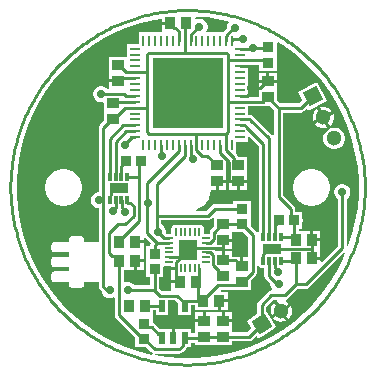
<source format=gbl>
G04*
G04 #@! TF.GenerationSoftware,Altium Limited,Altium Designer,22.0.2 (36)*
G04*
G04 Layer_Physical_Order=2*
G04 Layer_Color=16711680*
%FSLAX25Y25*%
%MOIN*%
G70*
G04*
G04 #@! TF.SameCoordinates,88A3576D-DDBD-4DCA-BD86-A28AD9FD0996*
G04*
G04*
G04 #@! TF.FilePolarity,Positive*
G04*
G01*
G75*
%ADD13C,0.01000*%
%ADD29R,0.03937X0.03543*%
%ADD37R,0.03740X0.03347*%
%ADD38C,0.05118*%
%ADD39P,0.07238X4X78.0*%
%ADD40P,0.07238X4X342.0*%
%ADD41C,0.02756*%
%ADD42R,0.06299X0.03543*%
G04:AMPARAMS|DCode=43|XSize=29.13mil|YSize=11.02mil|CornerRadius=1.38mil|HoleSize=0mil|Usage=FLASHONLY|Rotation=90.000|XOffset=0mil|YOffset=0mil|HoleType=Round|Shape=RoundedRectangle|*
%AMROUNDEDRECTD43*
21,1,0.02913,0.00827,0,0,90.0*
21,1,0.02638,0.01102,0,0,90.0*
1,1,0.00276,0.00413,0.01319*
1,1,0.00276,0.00413,-0.01319*
1,1,0.00276,-0.00413,-0.01319*
1,1,0.00276,-0.00413,0.01319*
%
%ADD43ROUNDEDRECTD43*%
%ADD44R,0.03543X0.03937*%
%ADD45R,0.03347X0.03740*%
%ADD46R,0.02165X0.03937*%
%ADD47R,0.03386X0.01024*%
%ADD48R,0.01024X0.03386*%
%ADD49R,0.23622X0.23622*%
G04:AMPARAMS|DCode=50|XSize=25.2mil|YSize=8.66mil|CornerRadius=1.08mil|HoleSize=0mil|Usage=FLASHONLY|Rotation=0.000|XOffset=0mil|YOffset=0mil|HoleType=Round|Shape=RoundedRectangle|*
%AMROUNDEDRECTD50*
21,1,0.02520,0.00650,0,0,0.0*
21,1,0.02303,0.00866,0,0,0.0*
1,1,0.00217,0.01152,-0.00325*
1,1,0.00217,-0.01152,-0.00325*
1,1,0.00217,-0.01152,0.00325*
1,1,0.00217,0.01152,0.00325*
%
%ADD50ROUNDEDRECTD50*%
G04:AMPARAMS|DCode=51|XSize=25.2mil|YSize=8.66mil|CornerRadius=1.08mil|HoleSize=0mil|Usage=FLASHONLY|Rotation=90.000|XOffset=0mil|YOffset=0mil|HoleType=Round|Shape=RoundedRectangle|*
%AMROUNDEDRECTD51*
21,1,0.02520,0.00650,0,0,90.0*
21,1,0.02303,0.00866,0,0,90.0*
1,1,0.00217,0.00325,0.01152*
1,1,0.00217,0.00325,-0.01152*
1,1,0.00217,-0.00325,-0.01152*
1,1,0.00217,-0.00325,0.01152*
%
%ADD51ROUNDEDRECTD51*%
%ADD52R,0.06063X0.06693*%
G36*
X6705Y56648D02*
X11129Y55948D01*
X13534Y55370D01*
X13670Y54889D01*
X13592Y54810D01*
X13236Y54194D01*
X13051Y53506D01*
Y53026D01*
X12171Y52145D01*
X11839Y51650D01*
X6544D01*
X6256Y52150D01*
X6457Y52499D01*
X6642Y53187D01*
Y53899D01*
X6457Y54587D01*
X6101Y55204D01*
X5598Y55708D01*
X4981Y56064D01*
X4293Y56248D01*
X3581D01*
X2893Y56064D01*
X2791Y56005D01*
X2352Y56248D01*
X2328Y56612D01*
X2694Y56964D01*
X6705Y56648D01*
D02*
G37*
G36*
X31692Y47430D02*
X35315Y44798D01*
X38721Y41889D01*
X41889Y38721D01*
X44798Y35315D01*
X47430Y31692D01*
X49771Y27873D01*
X51804Y23882D01*
X53518Y19744D01*
X54902Y15484D01*
X55948Y11129D01*
X56648Y6705D01*
X57000Y2240D01*
Y-2240D01*
X56648Y-6705D01*
X55948Y-11129D01*
X54902Y-15484D01*
X53604Y-19479D01*
X53104Y-19400D01*
Y-3815D01*
X53236Y-3739D01*
X53739Y-3235D01*
X54095Y-2619D01*
X54280Y-1931D01*
Y-1219D01*
X54095Y-531D01*
X53739Y86D01*
X53236Y589D01*
X52619Y946D01*
X51931Y1130D01*
X51219D01*
X50531Y946D01*
X49914Y589D01*
X49411Y86D01*
X49054Y-531D01*
X48870Y-1219D01*
Y-1931D01*
X49054Y-2619D01*
X49411Y-3235D01*
X49914Y-3739D01*
X50045Y-3815D01*
Y-19445D01*
X44641Y-24850D01*
X44179Y-24658D01*
Y-24181D01*
X41407D01*
Y-23181D01*
X44179D01*
Y-20713D01*
X44179D01*
Y-20350D01*
X44179D01*
Y-17882D01*
X41407D01*
Y-17382D01*
X40907D01*
Y-14413D01*
X37130D01*
Y-13894D01*
X38274D01*
Y-11497D01*
X38305Y-11380D01*
Y-10667D01*
X38274Y-10550D01*
Y-8153D01*
X35956D01*
Y-7262D01*
X35840Y-6677D01*
X35509Y-6180D01*
X31844Y-2516D01*
Y24947D01*
X37641D01*
X38227Y25063D01*
X38723Y25395D01*
X39428Y26100D01*
X39922Y26022D01*
X40145Y25583D01*
X42848Y26961D01*
X43087Y27024D01*
X43905Y27497D01*
X43910Y27501D01*
X46488Y28815D01*
X45110Y31518D01*
X45047Y31756D01*
X44574Y32575D01*
X44570Y32579D01*
X43256Y35157D01*
X40553Y33780D01*
X40315Y33716D01*
X39496Y33244D01*
X39492Y33239D01*
X36914Y31926D01*
X38269Y29267D01*
X37008Y28006D01*
X30948D01*
X29740Y29214D01*
Y32563D01*
Y34835D01*
X23803D01*
Y32563D01*
Y30073D01*
X20154D01*
Y32937D01*
Y36874D01*
Y40793D01*
X23902D01*
Y38862D01*
X29642D01*
Y43980D01*
Y48175D01*
X30078Y48419D01*
X31692Y47430D01*
D02*
G37*
G36*
X-8579Y55967D02*
Y55224D01*
X-5807D01*
Y54224D01*
X-8579D01*
Y51756D01*
X-9035Y51650D01*
X-16276D01*
Y47772D01*
X-20154D01*
Y44074D01*
X-20260Y43618D01*
X-26197D01*
Y38075D01*
Y36031D01*
X-23228D01*
Y35032D01*
X-26197D01*
Y33055D01*
X-26697Y32884D01*
X-27079Y33267D01*
X-27696Y33623D01*
X-28384Y33807D01*
X-29096D01*
X-29784Y33623D01*
X-30401Y33267D01*
X-30904Y32763D01*
X-31261Y32146D01*
X-31445Y31458D01*
Y30746D01*
X-31261Y30058D01*
X-30904Y29442D01*
X-30401Y28938D01*
X-29784Y28582D01*
X-29096Y28398D01*
X-28384D01*
X-28168Y28455D01*
X-27772Y28151D01*
Y25476D01*
Y22324D01*
X-29167Y20929D01*
X-29499Y20433D01*
X-29615Y19847D01*
Y-1626D01*
X-29884D01*
X-30571Y-1810D01*
X-31188Y-2166D01*
X-31692Y-2670D01*
X-32048Y-3287D01*
X-32232Y-3975D01*
Y-4687D01*
X-32048Y-5375D01*
X-31692Y-5991D01*
X-31188Y-6495D01*
X-30571Y-6851D01*
X-29884Y-7035D01*
X-29615D01*
Y-18115D01*
X-29626Y-18124D01*
X-34488D01*
Y-17303D01*
X-34566Y-16913D01*
X-34787Y-16582D01*
X-35118Y-16361D01*
X-35508Y-16284D01*
X-38485D01*
X-38875Y-16361D01*
X-39206Y-16582D01*
X-39427Y-16913D01*
X-39505Y-17303D01*
Y-18124D01*
X-44393D01*
X-44783Y-18202D01*
X-45114Y-18423D01*
X-45335Y-18754D01*
X-45412Y-19144D01*
Y-20618D01*
X-45335Y-21009D01*
X-45114Y-21339D01*
X-44783Y-21560D01*
X-44393Y-21638D01*
X-39505D01*
Y-23045D01*
X-44398D01*
X-44789Y-23123D01*
X-45120Y-23344D01*
X-45340Y-23675D01*
X-45418Y-24065D01*
Y-25542D01*
X-45340Y-25932D01*
X-45120Y-26263D01*
X-44789Y-26484D01*
X-44398Y-26562D01*
X-39505D01*
Y-27967D01*
X-44400D01*
X-44790Y-28044D01*
X-45120Y-28265D01*
X-45342Y-28596D01*
X-45419Y-28986D01*
Y-30470D01*
X-45342Y-30860D01*
X-45120Y-31191D01*
X-44790Y-31412D01*
X-44400Y-31490D01*
X-39505D01*
Y-32421D01*
X-39427Y-32811D01*
X-39206Y-33142D01*
X-38875Y-33363D01*
X-38485Y-33440D01*
X-35508D01*
X-35118Y-33363D01*
X-34787Y-33142D01*
X-34566Y-32811D01*
X-34488Y-32421D01*
Y-31490D01*
X-29626D01*
X-29615Y-31499D01*
Y-33112D01*
X-29499Y-33697D01*
X-29167Y-34193D01*
X-28666Y-34695D01*
X-28505Y-35296D01*
X-28149Y-35913D01*
X-27645Y-36416D01*
X-27028Y-36772D01*
X-26340Y-36957D01*
X-25628D01*
X-24940Y-36772D01*
X-24766Y-36672D01*
X-24266Y-36960D01*
Y-42618D01*
X-24149Y-43203D01*
X-23818Y-43700D01*
X-17437Y-50080D01*
Y-53264D01*
X-13860D01*
X-12105Y-55018D01*
X-11609Y-55350D01*
X-11779Y-55792D01*
X-15484Y-54902D01*
X-19744Y-53518D01*
X-23882Y-51804D01*
X-27873Y-49771D01*
X-31692Y-47430D01*
X-35315Y-44798D01*
X-38721Y-41889D01*
X-41889Y-38721D01*
X-44798Y-35315D01*
X-47430Y-31692D01*
X-49771Y-27873D01*
X-51804Y-23882D01*
X-53518Y-19744D01*
X-54902Y-15484D01*
X-55948Y-11129D01*
X-56648Y-6705D01*
X-57000Y-2240D01*
Y2240D01*
X-56648Y6705D01*
X-55948Y11129D01*
X-54902Y15484D01*
X-53518Y19744D01*
X-51804Y23882D01*
X-49771Y27873D01*
X-47430Y31692D01*
X-44798Y35315D01*
X-41889Y38721D01*
X-38721Y41889D01*
X-35315Y44798D01*
X-31692Y47430D01*
X-27873Y49771D01*
X-23882Y51804D01*
X-19744Y53518D01*
X-15484Y54902D01*
X-11129Y55948D01*
X-8959Y56292D01*
X-8579Y55967D01*
D02*
G37*
G36*
X28786Y25843D02*
Y17490D01*
X28286Y17338D01*
X28217Y17440D01*
X21950Y23707D01*
X21454Y24039D01*
X20869Y24155D01*
X20780D01*
X20721Y24167D01*
X20154D01*
Y27014D01*
X25098D01*
X25684Y27130D01*
X25860Y27248D01*
X27380D01*
X28786Y25843D01*
D02*
G37*
G36*
X23638Y13963D02*
Y-14849D01*
X23511Y-14996D01*
X23497Y-15001D01*
X22910Y-14928D01*
X22735Y-14667D01*
X20980Y-12912D01*
Y-9760D01*
Y-4413D01*
X15240D01*
Y-5557D01*
X9055D01*
X8470Y-5674D01*
X7974Y-6005D01*
X6059Y-7919D01*
X2887D01*
X2787Y-7419D01*
X3752Y-7020D01*
X5049Y-6153D01*
X6153Y-5049D01*
X7020Y-3752D01*
X7617Y-2310D01*
X7921Y-780D01*
Y-705D01*
X9342D01*
Y2067D01*
X9843D01*
Y2567D01*
X12811D01*
Y4610D01*
Y9484D01*
X13273Y9675D01*
X13931Y9017D01*
Y8653D01*
X13961Y8506D01*
Y4610D01*
Y2567D01*
X16929D01*
X19898D01*
Y4610D01*
Y10153D01*
X16890D01*
X16874Y10236D01*
X16542Y10732D01*
X16404Y10870D01*
X16276Y11343D01*
X16276D01*
X16276Y11343D01*
Y15221D01*
X20154D01*
Y16740D01*
X20653Y16947D01*
X23638Y13963D01*
D02*
G37*
G36*
X20124Y-16382D02*
Y-23311D01*
X18610D01*
Y-26083D01*
X17610D01*
Y-23311D01*
X15142D01*
X14780Y-22978D01*
Y-21342D01*
X12311D01*
Y-24114D01*
X11311D01*
Y-21342D01*
X9403D01*
X8951Y-20890D01*
X9158Y-20390D01*
X11311D01*
Y-17618D01*
X11811D01*
Y-17118D01*
X14780D01*
Y-14973D01*
X15240Y-14878D01*
Y-14878D01*
X17637D01*
X17754Y-14909D01*
X18466D01*
X18584Y-14878D01*
X18621D01*
X20124Y-16382D01*
D02*
G37*
G36*
X8843Y-10169D02*
Y-12912D01*
X7761Y-13993D01*
X7430Y-14490D01*
X7313Y-15075D01*
Y-15410D01*
X7234Y-15474D01*
X5392D01*
Y-13632D01*
X5306Y-13200D01*
X5061Y-12833D01*
X4694Y-12588D01*
X4262Y-12502D01*
X3612D01*
X3180Y-12588D01*
X3150Y-12608D01*
X3119Y-12588D01*
X2687Y-12502D01*
X2037D01*
X1605Y-12588D01*
X1575Y-12608D01*
X1545Y-12588D01*
X1112Y-12502D01*
X463D01*
X30Y-12588D01*
X0Y-12608D01*
X-30Y-12588D01*
X-463Y-12502D01*
X-1112D01*
X-1545Y-12588D01*
X-1575Y-12608D01*
X-1605Y-12588D01*
X-2037Y-12502D01*
X-2687D01*
X-3119Y-12588D01*
X-3150Y-12608D01*
X-3180Y-12588D01*
X-3612Y-12502D01*
X-4262D01*
X-4694Y-12588D01*
X-5061Y-12833D01*
X-5306Y-13200D01*
X-5392Y-13632D01*
Y-15130D01*
X-5892Y-15438D01*
X-6083Y-15400D01*
X-6745D01*
X-7191Y-15131D01*
Y-14419D01*
X-7375Y-13731D01*
X-7731Y-13114D01*
X-8235Y-12610D01*
X-8707Y-12338D01*
Y-10978D01*
X6693D01*
X7278Y-10862D01*
X7774Y-10530D01*
X8343Y-9962D01*
X8843Y-10169D01*
D02*
G37*
G36*
X-12341Y-18562D02*
X-12437Y-18706D01*
X-12553Y-19291D01*
Y-19571D01*
X-13894D01*
Y-24917D01*
Y-30035D01*
X-12553D01*
Y-32681D01*
X-17642D01*
X-17694Y-32591D01*
X-18198Y-32088D01*
X-18814Y-31732D01*
X-19502Y-31547D01*
X-20214D01*
X-20707Y-31679D01*
X-21207Y-31383D01*
Y-27378D01*
X-17921D01*
Y-24409D01*
X-17421D01*
Y-23909D01*
X-14650D01*
Y-21579D01*
X-14650Y-21441D01*
X-14650D01*
Y-21079D01*
X-14650D01*
Y-18610D01*
X-17421D01*
Y-17610D01*
X-14650D01*
Y-16961D01*
X-14150Y-16753D01*
X-12341Y-18562D01*
D02*
G37*
G36*
X-7654Y-26175D02*
X-7234Y-26258D01*
X-5392D01*
Y-26449D01*
X-3937D01*
Y-27449D01*
X-5392D01*
Y-28100D01*
X-5331Y-28408D01*
X-5429Y-28528D01*
X-5429D01*
Y-30996D01*
X-2657D01*
Y-31996D01*
X-5429D01*
Y-34465D01*
X-5863Y-34625D01*
X-8504D01*
X-9494Y-33634D01*
Y-30035D01*
X-8153D01*
Y-26448D01*
X-7667Y-26172D01*
X-7654Y-26175D01*
D02*
G37*
G36*
X52626Y-21897D02*
X51804Y-23882D01*
X49771Y-27873D01*
X47430Y-31692D01*
X44798Y-35315D01*
X41889Y-38721D01*
X38721Y-41889D01*
X35315Y-44798D01*
X31692Y-47430D01*
X27873Y-49771D01*
X23882Y-51804D01*
X19744Y-53518D01*
X15484Y-54902D01*
X11129Y-55948D01*
X6705Y-56648D01*
X2240Y-57000D01*
X0Y-57000D01*
X-2240D01*
X-6705Y-56648D01*
X-11011Y-55966D01*
X-10972Y-55466D01*
X-2756D01*
X-2171Y-55350D01*
X-1674Y-55018D01*
X-485Y-53829D01*
X-154Y-53333D01*
X-121Y-53165D01*
X1098D01*
Y-51726D01*
X2543D01*
Y-52484D01*
X8480D01*
Y-52484D01*
X8843D01*
Y-52484D01*
X14780D01*
Y-51242D01*
X20390D01*
X20975Y-51126D01*
X21471Y-50794D01*
X22649Y-49616D01*
X23146Y-49669D01*
X23604Y-50375D01*
X26031Y-48799D01*
X26037Y-48797D01*
X26855Y-48324D01*
X27030Y-48150D01*
X29574Y-46498D01*
X27998Y-44071D01*
X27997Y-44065D01*
X27524Y-43247D01*
X27349Y-43072D01*
X26180Y-41272D01*
Y-39762D01*
X28524Y-37419D01*
X29642D01*
X29714Y-37873D01*
X31402Y-40471D01*
X33960Y-38810D01*
X33288Y-38204D01*
X32684Y-37897D01*
X32757Y-37372D01*
X33109Y-37302D01*
X33606Y-36971D01*
X36726Y-33850D01*
X39333D01*
X39918Y-33734D01*
X40414Y-33402D01*
X52202Y-21614D01*
X52626Y-21897D01*
D02*
G37*
G36*
X23934Y-26549D02*
X24310Y-26800D01*
X24754Y-26888D01*
X25581D01*
X25606Y-26910D01*
Y-29524D01*
X25723Y-30109D01*
X26054Y-30605D01*
X27610Y-32161D01*
Y-32640D01*
X27795Y-33327D01*
X28102Y-33860D01*
X27998Y-34168D01*
X27864Y-34365D01*
X27305Y-34476D01*
X26809Y-34808D01*
X23570Y-38047D01*
X23238Y-38543D01*
X23122Y-39129D01*
Y-42188D01*
X22446Y-42578D01*
X22272Y-42753D01*
X19728Y-44405D01*
X21226Y-46713D01*
X19756Y-48183D01*
X14780D01*
Y-44898D01*
X11811D01*
Y-44398D01*
X11311D01*
Y-41626D01*
X8843D01*
Y-41626D01*
X8480D01*
Y-41626D01*
X6012D01*
Y-44398D01*
X5512D01*
Y-44898D01*
X2543D01*
Y-47169D01*
Y-48667D01*
X1098D01*
Y-47228D01*
X-4224D01*
Y-50197D01*
X-5224D01*
Y-47228D01*
X-8899D01*
X-9047Y-47199D01*
X-9300D01*
X-10934Y-45564D01*
X-11430Y-45233D01*
X-11697Y-45180D01*
Y-42799D01*
X-11697D01*
X-11602Y-42339D01*
X-11500D01*
Y-40900D01*
X-10547D01*
Y-42535D01*
X-6382D01*
Y-37684D01*
X-4145D01*
X-3067Y-38761D01*
Y-42535D01*
X1098D01*
Y-39325D01*
X2445D01*
Y-40764D01*
X10031D01*
Y-37795D01*
X10531D01*
Y-37295D01*
X13303D01*
Y-34827D01*
X11256D01*
X10996Y-34327D01*
X11085Y-34199D01*
X16839D01*
X16986Y-34169D01*
X21079D01*
Y-30789D01*
X22735Y-29133D01*
X23066Y-28637D01*
X23183Y-28051D01*
Y-26226D01*
X23682Y-26172D01*
X23934Y-26549D01*
D02*
G37*
%LPC*%
G36*
X29740Y38106D02*
X27272D01*
Y35835D01*
X29740D01*
Y38106D01*
D02*
G37*
G36*
X26272D02*
X23803D01*
Y35835D01*
X26272D01*
Y38106D01*
D02*
G37*
G36*
X44994Y26933D02*
X44109Y26745D01*
X45494Y24027D01*
X48212Y25412D01*
X47607Y26084D01*
X46821Y26595D01*
X45930Y26884D01*
X44994Y26933D01*
D02*
G37*
G36*
X43218Y26291D02*
X42546Y25686D01*
X42035Y24900D01*
X41746Y24009D01*
X41697Y23073D01*
X41885Y22188D01*
X44603Y23573D01*
X43218Y26291D01*
D02*
G37*
G36*
X48666Y24521D02*
X45948Y23136D01*
X47333Y20418D01*
X48005Y21023D01*
X48516Y21809D01*
X48805Y22700D01*
X48854Y23636D01*
X48666Y24521D01*
D02*
G37*
G36*
X45057Y22682D02*
X42339Y21297D01*
X42944Y20625D01*
X43730Y20114D01*
X44621Y19825D01*
X45557Y19776D01*
X46442Y19964D01*
X45057Y22682D01*
D02*
G37*
G36*
X49323Y19929D02*
X48378D01*
X47464Y19685D01*
X46646Y19212D01*
X45977Y18543D01*
X45505Y17725D01*
X45260Y16811D01*
Y15866D01*
X45505Y14953D01*
X45977Y14134D01*
X46646Y13466D01*
X47464Y12993D01*
X48378Y12748D01*
X49323D01*
X50236Y12993D01*
X51055Y13466D01*
X51723Y14134D01*
X52196Y14953D01*
X52441Y15866D01*
Y16811D01*
X52196Y17725D01*
X51723Y18543D01*
X51055Y19212D01*
X50236Y19685D01*
X49323Y19929D01*
D02*
G37*
G36*
X41944Y6150D02*
X40733D01*
X39545Y5913D01*
X38426Y5450D01*
X37418Y4777D01*
X36562Y3920D01*
X35889Y2913D01*
X35425Y1794D01*
X35189Y606D01*
Y-606D01*
X35425Y-1794D01*
X35889Y-2913D01*
X36562Y-3920D01*
X37418Y-4777D01*
X38426Y-5450D01*
X39545Y-5913D01*
X40733Y-6150D01*
X41944D01*
X43132Y-5913D01*
X44251Y-5450D01*
X45259Y-4777D01*
X46115Y-3920D01*
X46788Y-2913D01*
X47252Y-1794D01*
X47488Y-606D01*
Y606D01*
X47252Y1794D01*
X46788Y2913D01*
X46115Y3920D01*
X45259Y4777D01*
X44251Y5450D01*
X43132Y5913D01*
X41944Y6150D01*
D02*
G37*
G36*
X44179Y-14413D02*
X41908D01*
Y-16882D01*
X44179D01*
Y-14413D01*
D02*
G37*
G36*
X-40733Y6150D02*
X-41944D01*
X-43132Y5913D01*
X-44251Y5450D01*
X-45259Y4777D01*
X-46115Y3920D01*
X-46788Y2913D01*
X-47252Y1794D01*
X-47488Y606D01*
Y-606D01*
X-47252Y-1794D01*
X-46788Y-2913D01*
X-46115Y-3920D01*
X-45259Y-4777D01*
X-44251Y-5450D01*
X-43132Y-5913D01*
X-41944Y-6150D01*
X-40733D01*
X-39545Y-5913D01*
X-38426Y-5450D01*
X-37418Y-4777D01*
X-36562Y-3920D01*
X-35889Y-2913D01*
X-35425Y-1794D01*
X-35189Y-606D01*
Y606D01*
X-35425Y1794D01*
X-35889Y2913D01*
X-36562Y3920D01*
X-37418Y4777D01*
X-38426Y5450D01*
X-39545Y5913D01*
X-40733Y6150D01*
D02*
G37*
G36*
X19898Y1567D02*
X17429D01*
Y-705D01*
X19898D01*
Y1567D01*
D02*
G37*
G36*
X16429D02*
X13961D01*
Y-705D01*
X16429D01*
Y1567D01*
D02*
G37*
G36*
X12811D02*
X10343D01*
Y-705D01*
X12811D01*
Y1567D01*
D02*
G37*
G36*
X14780Y-18118D02*
X12311D01*
Y-20390D01*
X14780D01*
Y-18118D01*
D02*
G37*
G36*
X-14650Y-24909D02*
X-16921D01*
Y-27378D01*
X-14650D01*
Y-24909D01*
D02*
G37*
G36*
X28901Y-38457D02*
X28296Y-39130D01*
X27871Y-39965D01*
X27676Y-40881D01*
X27725Y-41817D01*
X28005Y-42677D01*
X30563Y-41016D01*
X28901Y-38457D01*
D02*
G37*
G36*
X34505Y-39648D02*
X31946Y-41310D01*
X33608Y-43868D01*
X34213Y-43196D01*
X34639Y-42361D01*
X34833Y-41445D01*
X34784Y-40509D01*
X34505Y-39648D01*
D02*
G37*
G36*
X31108Y-41855D02*
X28549Y-43516D01*
X29221Y-44121D01*
X30056Y-44547D01*
X30973Y-44741D01*
X31909Y-44693D01*
X32769Y-44413D01*
X31108Y-41855D01*
D02*
G37*
G36*
X13303Y-38295D02*
X11032D01*
Y-40764D01*
X13303D01*
Y-38295D01*
D02*
G37*
G36*
X14780Y-41626D02*
X12311D01*
Y-43898D01*
X14780D01*
Y-41626D01*
D02*
G37*
G36*
X5012D02*
X2543D01*
Y-43898D01*
X5012D01*
Y-41626D01*
D02*
G37*
%LPD*%
D13*
X-29528Y-4331D02*
X-28086D01*
X-21996Y-6663D02*
Y-4264D01*
Y-6663D02*
X-20866Y-7793D01*
X-24803Y-7874D02*
Y-7658D01*
X-17988Y-9460D02*
Y-6303D01*
X-20733Y-12205D02*
X-17988Y-9460D01*
X-23228Y-12205D02*
X-20733D01*
X-26241Y-15217D02*
X-23228Y-12205D01*
X-22736Y-17913D02*
X-16142Y-11319D01*
X-13386Y-15354D02*
X-10236Y-18504D01*
X-13386Y-15354D02*
Y1575D01*
X-24803Y-7658D02*
X-24016Y-6871D01*
X-20866Y-8268D02*
Y-7793D01*
X-22047Y-4213D02*
X-21996Y-4264D01*
X30315Y26476D02*
X37641D01*
X41339Y30174D01*
X30315Y-3150D02*
Y26476D01*
X35600Y-16890D02*
X36092Y-17382D01*
X25098Y28543D02*
X25945Y29390D01*
X13488Y42323D02*
X17461D01*
X25984D01*
X21130Y32965D02*
X24205D01*
X26575Y35335D01*
X26772D01*
X19894Y30524D02*
X20794Y31424D01*
Y32629D01*
X21130Y32965D01*
X21239Y33074D02*
Y39372D01*
X21130Y32965D02*
X21239Y33074D01*
X20257Y40354D02*
X21239Y39372D01*
X51575Y-20079D02*
Y-1575D01*
X39333Y-32321D02*
X51575Y-20079D01*
X36092Y-32321D02*
X39333D01*
X24651Y-39129D02*
X27890Y-35889D01*
X24651Y-45451D02*
Y-39129D01*
X27890Y-35889D02*
X32524D01*
X20390Y-49713D02*
X24651Y-45451D01*
X32524Y-35889D02*
X36092Y-32321D01*
X11811Y-49713D02*
X20390D01*
X5512D02*
X11811D01*
X3543Y-37795D02*
X5217D01*
X2657Y-31496D02*
X3543Y-32382D01*
Y-37795D02*
Y-32382D01*
X-98Y-37795D02*
X3543D01*
X-984Y-38681D02*
X-98Y-37795D01*
X-22736Y-42618D02*
X-14764Y-50591D01*
X-14370D02*
X-11024Y-53937D01*
X-14764Y-50591D02*
X-14370D01*
X-22736Y-42618D02*
Y-24213D01*
X5217Y-37795D02*
Y-37598D01*
X10146Y-32669D01*
X16839D01*
X18110Y-31398D01*
X-11081Y-34210D02*
X-9137Y-36154D01*
X-3511D01*
X-984Y-38681D01*
X-19858Y-34252D02*
X-19816Y-34210D01*
X-8846Y10548D02*
Y14024D01*
Y10548D02*
X-8665Y10366D01*
X-8858Y14035D02*
X-8846Y14024D01*
X25984Y42323D02*
X26772Y41535D01*
X26043Y29291D02*
X26772Y30020D01*
X28240Y28551D02*
Y28748D01*
Y28551D02*
X30315Y26476D01*
X26969Y30020D02*
X28240Y28748D01*
X17461Y28543D02*
X25098D01*
X13488D02*
X17461D01*
X26772Y30020D02*
X26969D01*
X-24705Y22835D02*
X-24606Y22933D01*
X-16142Y8071D02*
X-15551Y8661D01*
X-24803Y22933D02*
X-24606D01*
X-24803Y22835D02*
X-24705D01*
X-25098D02*
X-24803D01*
X-28086Y-4331D02*
Y19847D01*
Y-33112D02*
Y-4331D01*
X-10236Y-14434D02*
Y-9449D01*
Y-14434D02*
X-7741Y-16929D01*
X-6083D01*
X-19685Y-39370D02*
X-19587D01*
X-1567Y-52748D02*
Y-50779D01*
X-11024Y-53937D02*
X-2756D01*
X-1567Y-50779D02*
X-984Y-50197D01*
X-2756Y-53937D02*
X-1567Y-52748D01*
X-20079Y3543D02*
X-16142D01*
Y8071D01*
Y-11319D02*
Y3543D01*
X-26320Y-33916D02*
X-25984Y-34252D01*
X-27282Y-33916D02*
X-26320D01*
X-28086Y-33112D02*
X-27282Y-33916D01*
X-28086Y19847D02*
X-25098Y22835D01*
X-24016Y-6871D02*
Y-4213D01*
X-24468Y-394D02*
X-23228D01*
X-24409Y-335D02*
X-23031D01*
X-26241Y-21881D02*
Y-15217D01*
X-24008Y-22941D02*
X-22736Y-24213D01*
X-25181Y-22941D02*
X-24008D01*
X-26241Y-21881D02*
X-25181Y-22941D01*
X-19122Y-5169D02*
X-17988Y-6303D01*
X-20028Y-5169D02*
X-19122D01*
X-20079Y-5118D02*
X-20028Y-5169D01*
X-20079Y-5118D02*
Y-4213D01*
X-24016Y3543D02*
Y15060D01*
X-20375Y18701D01*
X-25984Y3543D02*
Y16142D01*
X-21457Y20669D02*
X-17461D01*
X-25984Y16142D02*
X-21457Y20669D01*
X-22047Y3543D02*
Y7087D01*
X-20669Y8465D01*
X-25984Y-4213D02*
X-25933Y-4161D01*
Y-2789D01*
X-25681Y-2537D01*
Y-1606D01*
X-24409Y-335D01*
X-20669Y8465D02*
Y8661D01*
X-20375Y18701D02*
X-17461D01*
X-15748Y8661D02*
X-15551D01*
X-24606Y22933D02*
X-20965Y26575D01*
X-20849Y14156D02*
Y14525D01*
X-18642Y16732D02*
X-17461D01*
X-20849Y14525D02*
X-18642Y16732D01*
X-20583Y38398D02*
X-17472D01*
X-23031Y40846D02*
X-20583Y38398D01*
X-23228Y40846D02*
X-23031D01*
X-17472Y38398D02*
X-17461Y38386D01*
X-23228Y35531D02*
X-22835D01*
X-21949Y36417D01*
X-17461D01*
Y26575D02*
X-13397D01*
X-20669Y30512D02*
X-17461D01*
X-21260Y31102D02*
X-20669Y30512D01*
X-28740Y31102D02*
X-21260D01*
X-24758Y28203D02*
X-24417Y28545D01*
X-17462D01*
X-24803Y28248D02*
X-24758Y28203D01*
X-24803Y28248D02*
X-24803D01*
X-17462Y28545D02*
X-17461Y28543D01*
X-20965Y26575D02*
X-17461D01*
Y38386D02*
X-13397D01*
X-984Y48957D02*
Y54232D01*
X31073Y-24409D02*
X35364D01*
X36092Y-23681D01*
Y-32321D02*
Y-23681D01*
X-984Y-50197D02*
X5028D01*
X5512Y-49713D01*
X-22736Y-18110D02*
Y-17913D01*
X-984Y44893D02*
Y48957D01*
X-2965Y14024D02*
X-2953Y14035D01*
X-2965Y11996D02*
Y14024D01*
X-13386Y1575D02*
X-2965Y11996D01*
X27136Y-29524D02*
X29895Y-32283D01*
X27136Y-29524D02*
Y-24409D01*
X29895Y-32283D02*
X30315D01*
X30029Y-28346D02*
Y-27871D01*
X29155Y-26998D02*
X30029Y-27871D01*
X29155Y-26998D02*
Y-24461D01*
X14764Y49595D02*
X14776Y49606D01*
X14764Y48957D02*
Y49595D01*
X14776Y49606D02*
X18504D01*
X15338Y53150D02*
X15756D01*
X13252Y51064D02*
X15338Y53150D01*
X12795Y50138D02*
X13252Y50595D01*
Y51064D01*
X12795Y48957D02*
Y50138D01*
X17461Y30512D02*
X17472Y30524D01*
X19894D01*
X17461Y40354D02*
X20257D01*
X21654Y46457D02*
X26575D01*
X26772Y46654D01*
X3602Y53543D02*
X3937D01*
X996Y50937D02*
X3602Y53543D01*
X984Y48957D02*
X996Y48968D01*
Y50937D01*
X-984Y54232D02*
X-492Y54724D01*
X-5807Y54528D02*
Y54724D01*
Y54528D02*
X-4535Y53256D01*
X-4178D01*
X-2953Y52031D01*
Y48957D02*
Y52031D01*
X17815Y-25984D02*
X18110D01*
X15945Y-24114D02*
X17815Y-25984D01*
X11811Y-24114D02*
X15945D01*
X17472Y46272D02*
X21468D01*
X21654Y46457D01*
X17461Y46260D02*
X17472Y46272D01*
X13488Y28543D02*
Y42323D01*
X1746Y9522D02*
Y9672D01*
X-11024Y-34152D02*
Y-27362D01*
X-19816Y-34210D02*
X-11081D01*
X-11024Y-34152D01*
X-984Y-39567D02*
Y-38681D01*
X19480Y-13575D02*
Y-13378D01*
X21654Y-28051D02*
Y-15748D01*
X18110Y-12205D02*
X18307D01*
X19480Y-13378D01*
Y-13575D02*
X21654Y-15748D01*
X18110Y-31398D02*
X18307D01*
X21654Y-28051D01*
X34427Y-9850D02*
Y-7262D01*
X30315Y-3150D02*
X34427Y-7262D01*
Y-9850D02*
X35600Y-11024D01*
X18110Y-26083D02*
Y-25984D01*
X10531Y-37795D02*
X10630D01*
X11811Y-44488D02*
Y-44398D01*
X5512Y-44488D02*
X5512Y-44488D01*
Y-44398D01*
X-4724Y-50197D02*
Y-45669D01*
X-12016Y-46646D02*
X-9933Y-48728D01*
X-13394Y-46646D02*
X-12016D01*
X-14567Y-45472D02*
X-13394Y-46646D01*
X-8465Y-50197D02*
Y-49311D01*
X-9047Y-48728D02*
X-8465Y-49311D01*
X-9933Y-48728D02*
X-9047D01*
X-14272Y-39370D02*
X-8661D01*
X-8465Y-39567D01*
X29104Y-24409D02*
X29155Y-24461D01*
X27136Y12963D02*
Y16359D01*
X20733Y22626D02*
X20869D01*
X27136Y16359D01*
X17461Y22638D02*
X20721D01*
X20733Y22626D01*
X27136Y-16654D02*
Y12963D01*
X25167Y-16654D02*
Y14596D01*
X17461Y20669D02*
X19094D01*
X19551Y20213D01*
X19568D01*
X20154Y19627D01*
Y19610D02*
Y19627D01*
Y19610D02*
X25167Y14596D01*
X35364Y-16654D02*
X35600Y-16890D01*
X25195Y-22078D02*
X26801Y-20472D01*
X41407Y-23681D02*
Y-20531D01*
X31073Y-16654D02*
X35364D01*
X28120Y-20531D02*
X41407D01*
Y-17382D01*
X30482Y-11220D02*
Y-11024D01*
X29104Y-12598D02*
X30482Y-11220D01*
X29104Y-16654D02*
Y-12598D01*
X35600Y-16890D02*
Y-11024D01*
X25195Y-24382D02*
Y-22078D01*
X26801Y-20472D02*
X27529D01*
X25167Y-24409D02*
X25195Y-24382D01*
X-2362Y-23228D02*
X0Y-20866D01*
X-2657Y-31496D02*
Y-31299D01*
X-11024Y-19291D02*
X-10236Y-18504D01*
X-11024Y-22244D02*
Y-19291D01*
X-10236Y-9449D02*
X6693D01*
X9055Y-7087D01*
X18110D01*
X11811Y-12303D02*
X11909Y-12205D01*
X18110D01*
X-10236Y-9449D02*
Y1181D01*
X984Y10433D02*
X1746Y9672D01*
X984Y10433D02*
Y14035D01*
X-10236Y1181D02*
X-984Y10433D01*
Y14035D01*
X-10236Y-18504D02*
X-6083D01*
X2953Y14035D02*
X2965Y14024D01*
Y12373D02*
Y14024D01*
Y12373D02*
X4824Y10513D01*
X6514D01*
X9646Y7382D01*
X9843D01*
X10839Y11540D02*
Y14024D01*
Y11540D02*
X12225Y10153D01*
X10827Y14035D02*
X10839Y14024D01*
X12225Y10153D02*
X12225D01*
X13780Y8599D01*
Y2067D02*
Y8599D01*
X9843Y2067D02*
X13780D01*
X16929D01*
X12795Y14035D02*
X12807Y14024D01*
Y12304D02*
X15461Y9650D01*
X12807Y12304D02*
Y14024D01*
X12795Y14035D02*
Y17717D01*
X2953Y14035D02*
Y17717D01*
X15461Y8653D02*
Y9650D01*
Y8653D02*
X16732Y7382D01*
X16929D01*
X-24758Y28203D02*
Y28248D01*
X-24803D02*
X-24758D01*
X13488Y42323D02*
Y44307D01*
X12902Y44893D02*
X13488Y44307D01*
X-984Y44893D02*
X12902D01*
X13488Y18409D02*
Y28543D01*
X-13397Y38386D02*
Y44307D01*
Y26575D02*
Y38386D01*
X-12811Y44893D02*
X-984D01*
X-13397Y44307D02*
X-12811Y44893D01*
X-13397Y18302D02*
Y26575D01*
Y18302D02*
X-12811Y17717D01*
X2953D02*
X12795D01*
X-12811D02*
X2953D01*
X12795D02*
X13488Y18409D01*
X10343Y-28157D02*
Y-27961D01*
Y-28157D02*
X11614Y-29429D01*
X8366Y-25984D02*
X10343Y-27961D01*
X11614Y-29429D02*
X11811D01*
X6083Y-18504D02*
X7552D01*
X8843Y-17213D01*
X787Y-20079D02*
X6083D01*
X11417D01*
X11811Y-24114D02*
Y-20472D01*
Y-17618D01*
X11614Y-12303D02*
X11811D01*
X8843Y-15075D02*
X11614Y-12303D01*
X8843Y-17213D02*
Y-15075D01*
X11417Y-20079D02*
X11811Y-20472D01*
X-3823Y-25587D02*
Y-25004D01*
X-3870Y-25634D02*
X-3823Y-25587D01*
X-3870Y-26882D02*
Y-25634D01*
X-3937Y-26949D02*
X-3870Y-26882D01*
X-3823Y-25004D02*
X0Y-21181D01*
X-3937Y-30020D02*
Y-26949D01*
Y-30020D02*
X-2657Y-31299D01*
X0Y-20866D02*
X787Y-20079D01*
X0Y-21181D02*
Y-20866D01*
X-6083Y-23228D02*
X-2362D01*
X3937Y-30020D02*
Y-26949D01*
X2657Y-31299D02*
X3937Y-30020D01*
X7552Y-21654D02*
X8366Y-22468D01*
X6083Y-21654D02*
X7552D01*
X8366Y-25984D02*
Y-22468D01*
X59055Y0D02*
X59047Y1000D01*
X59021Y2000D01*
X58979Y2999D01*
X58920Y3997D01*
X58843Y4995D01*
X58750Y5991D01*
X58641Y6985D01*
X58514Y7977D01*
X58371Y8967D01*
X58210Y9954D01*
X58033Y10938D01*
X57840Y11919D01*
X57630Y12897D01*
X57403Y13871D01*
X57160Y14841D01*
X56900Y15807D01*
X56624Y16769D01*
X56332Y17725D01*
X56024Y18677D01*
X55700Y19623D01*
X55359Y20563D01*
X55003Y21498D01*
X54631Y22426D01*
X54244Y23348D01*
X53841Y24263D01*
X53422Y25172D01*
X52988Y26073D01*
X52539Y26966D01*
X52075Y27852D01*
X51595Y28730D01*
X51101Y29600D01*
X50593Y30461D01*
X50070Y31313D01*
X49532Y32157D01*
X48981Y32991D01*
X48415Y33816D01*
X47835Y34631D01*
X47242Y35436D01*
X46635Y36231D01*
X46015Y37015D01*
X45381Y37789D01*
X44735Y38552D01*
X44076Y39305D01*
X43404Y40045D01*
X42719Y40775D01*
X42023Y41492D01*
X41314Y42198D01*
X40593Y42892D01*
X39861Y43573D01*
X39118Y44242D01*
X38363Y44898D01*
X37597Y45541D01*
X36820Y46171D01*
X36033Y46788D01*
X35236Y47392D01*
X34428Y47982D01*
X33610Y48558D01*
X32783Y49120D01*
X31947Y49668D01*
X31101Y50202D01*
X30246Y50721D01*
X29383Y51226D01*
X28511Y51717D01*
X27631Y52192D01*
X26744Y52653D01*
X25848Y53098D01*
X24945Y53528D01*
X24035Y53943D01*
X23118Y54342D01*
X22195Y54726D01*
X21264Y55094D01*
X20328Y55446D01*
X19387Y55782D01*
X18439Y56103D01*
X17486Y56407D01*
X16529Y56695D01*
X15566Y56967D01*
X14599Y57222D01*
X13628Y57461D01*
X12653Y57684D01*
X11674Y57890D01*
X10692Y58079D01*
X9707Y58252D01*
X8719Y58408D01*
X7729Y58547D01*
X6736Y58670D01*
X5742Y58775D01*
X4746Y58864D01*
X3748Y58936D01*
X2749Y58991D01*
X1750Y59029D01*
X750Y59050D01*
X-250Y59055D01*
X-1250Y59042D01*
X-2250Y59012D01*
X-3249Y58966D01*
X-4247Y58902D01*
X-5244Y58822D01*
X-6239Y58725D01*
X-7233Y58610D01*
X-8224Y58480D01*
X-9214Y58332D01*
X-10200Y58167D01*
X-11184Y57986D01*
X-12164Y57789D01*
X-13141Y57574D01*
X-14114Y57344D01*
X-15083Y57096D01*
X-16048Y56833D01*
X-17008Y56553D01*
X-17964Y56257D01*
X-18914Y55944D01*
X-19858Y55616D01*
X-20797Y55272D01*
X-21731Y54912D01*
X-22657Y54536D01*
X-23578Y54144D01*
X-24491Y53737D01*
X-25398Y53315D01*
X-26297Y52877D01*
X-27189Y52424D01*
X-28073Y51956D01*
X-28948Y51473D01*
X-29816Y50976D01*
X-30675Y50463D01*
X-31525Y49937D01*
X-32366Y49396D01*
X-33198Y48840D01*
X-34021Y48271D01*
X-34833Y47688D01*
X-35636Y47091D01*
X-36428Y46481D01*
X-37210Y45858D01*
X-37981Y45221D01*
X-38742Y44571D01*
X-39491Y43909D01*
X-40229Y43234D01*
X-40955Y42546D01*
X-41670Y41846D01*
X-42373Y41135D01*
X-43063Y40411D01*
X-43741Y39676D01*
X-44407Y38930D01*
X-45060Y38172D01*
X-45700Y37404D01*
X-46327Y36624D01*
X-46940Y35835D01*
X-47541Y35034D01*
X-48127Y34224D01*
X-48700Y33404D01*
X-49258Y32575D01*
X-49803Y31736D01*
X-50333Y30888D01*
X-50849Y30031D01*
X-51350Y29166D01*
X-51837Y28292D01*
X-52309Y27410D01*
X-52765Y26520D01*
X-53207Y25623D01*
X-53633Y24718D01*
X-54044Y23806D01*
X-54440Y22888D01*
X-54819Y21962D01*
X-55183Y21031D01*
X-55532Y20093D01*
X-55864Y19150D01*
X-56180Y18201D01*
X-56480Y17247D01*
X-56764Y16288D01*
X-57032Y15325D01*
X-57284Y14357D01*
X-57518Y13384D01*
X-57737Y12408D01*
X-57939Y11429D01*
X-58124Y10446D01*
X-58293Y9460D01*
X-58444Y8472D01*
X-58579Y7481D01*
X-58698Y6488D01*
X-58799Y5493D01*
X-58884Y4496D01*
X-58951Y3498D01*
X-59002Y2499D01*
X-59036Y1500D01*
X-59053Y500D01*
X-59053Y-500D01*
X-59036Y-1500D01*
X-59002Y-2500D01*
X-58951Y-3499D01*
X-58884Y-4497D01*
X-58799Y-5493D01*
X-58698Y-6488D01*
X-58579Y-7481D01*
X-58444Y-8472D01*
X-58292Y-9461D01*
X-58124Y-10447D01*
X-57938Y-11429D01*
X-57737Y-12409D01*
X-57518Y-13385D01*
X-57283Y-14357D01*
X-57032Y-15325D01*
X-56764Y-16289D01*
X-56480Y-17248D01*
X-56180Y-18202D01*
X-55864Y-19151D01*
X-55532Y-20094D01*
X-55183Y-21031D01*
X-54819Y-21963D01*
X-54439Y-22888D01*
X-54044Y-23807D01*
X-53633Y-24719D01*
X-53207Y-25623D01*
X-52765Y-26521D01*
X-52308Y-27411D01*
X-51837Y-28292D01*
X-51350Y-29166D01*
X-50849Y-30032D01*
X-50333Y-30889D01*
X-49803Y-31736D01*
X-49258Y-32575D01*
X-48699Y-33405D01*
X-48127Y-34225D01*
X-47540Y-35035D01*
X-46940Y-35835D01*
X-46326Y-36625D01*
X-45700Y-37404D01*
X-45059Y-38173D01*
X-44407Y-38930D01*
X-43741Y-39677D01*
X-43063Y-40412D01*
X-42372Y-41135D01*
X-41669Y-41847D01*
X-40955Y-42546D01*
X-40229Y-43234D01*
X-39491Y-43909D01*
X-38741Y-44572D01*
X-37981Y-45221D01*
X-37210Y-45858D01*
X-36428Y-46481D01*
X-35635Y-47092D01*
X-34833Y-47688D01*
X-34020Y-48272D01*
X-33198Y-48841D01*
X-32366Y-49396D01*
X-31525Y-49937D01*
X-30674Y-50464D01*
X-29816Y-50976D01*
X-28948Y-51473D01*
X-28072Y-51956D01*
X-27188Y-52424D01*
X-26296Y-52877D01*
X-25397Y-53315D01*
X-24491Y-53737D01*
X-23577Y-54145D01*
X-22657Y-54536D01*
X-21730Y-54912D01*
X-20797Y-55272D01*
X-19858Y-55616D01*
X-18913Y-55945D01*
X-17963Y-56257D01*
X-17008Y-56553D01*
X-16048Y-56833D01*
X-15083Y-57097D01*
X-14114Y-57344D01*
X-13141Y-57575D01*
X-12164Y-57789D01*
X-11183Y-57986D01*
X-10200Y-58168D01*
X-9213Y-58332D01*
X-8224Y-58480D01*
X-7232Y-58611D01*
X-6239Y-58725D01*
X-5244Y-58822D01*
X-4247Y-58902D01*
X-3249Y-58966D01*
X-2249Y-59012D01*
X-1250Y-59042D01*
X-250Y-59055D01*
X750Y-59050D01*
X1750Y-59029D01*
X2750Y-58991D01*
X3748Y-58936D01*
X4746Y-58864D01*
X5742Y-58775D01*
X6736Y-58670D01*
X7729Y-58547D01*
X8719Y-58408D01*
X9707Y-58252D01*
X10692Y-58079D01*
X11674Y-57890D01*
X12653Y-57684D01*
X13628Y-57461D01*
X14599Y-57222D01*
X15566Y-56967D01*
X16529Y-56695D01*
X17486Y-56407D01*
X18439Y-56103D01*
X19387Y-55782D01*
X20328Y-55446D01*
X21264Y-55094D01*
X22195Y-54726D01*
X23118Y-54342D01*
X24035Y-53943D01*
X24945Y-53528D01*
X25848Y-53098D01*
X26744Y-52653D01*
X27631Y-52192D01*
X28511Y-51717D01*
X29383Y-51227D01*
X30246Y-50722D01*
X31101Y-50202D01*
X31947Y-49668D01*
X32783Y-49120D01*
X33610Y-48558D01*
X34428Y-47982D01*
X35235Y-47392D01*
X36033Y-46788D01*
X36820Y-46171D01*
X37597Y-45541D01*
X38363Y-44898D01*
X39117Y-44242D01*
X39861Y-43573D01*
X40593Y-42892D01*
X41314Y-42198D01*
X42022Y-41493D01*
X42719Y-40775D01*
X43403Y-40046D01*
X44075Y-39305D01*
X44735Y-38553D01*
X45381Y-37790D01*
X46014Y-37016D01*
X46635Y-36231D01*
X47242Y-35436D01*
X47835Y-34631D01*
X48415Y-33816D01*
X48980Y-32991D01*
X49532Y-32157D01*
X50069Y-31314D01*
X50593Y-30461D01*
X51101Y-29600D01*
X51595Y-28731D01*
X52074Y-27853D01*
X52539Y-26967D01*
X52988Y-26073D01*
X53422Y-25172D01*
X53840Y-24264D01*
X54243Y-23349D01*
X54631Y-22427D01*
X55003Y-21498D01*
X55359Y-20564D01*
X55699Y-19623D01*
X56024Y-18677D01*
X56332Y-17726D01*
X56624Y-16769D01*
X56900Y-15808D01*
X57160Y-14842D01*
X57403Y-13872D01*
X57629Y-12898D01*
X57840Y-11920D01*
X58033Y-10939D01*
X58210Y-9955D01*
X58370Y-8967D01*
X58514Y-7978D01*
X58640Y-6986D01*
X58750Y-5991D01*
X58843Y-4996D01*
X58920Y-3999D01*
X58979Y-3000D01*
X59021Y-2001D01*
X59047Y-1001D01*
X59055Y-1D01*
Y0D01*
D29*
X26772Y35335D02*
D03*
Y30020D02*
D03*
X18110Y-31398D02*
D03*
Y-26083D02*
D03*
X11811Y-49713D02*
D03*
Y-44398D02*
D03*
X5512D02*
D03*
Y-49713D02*
D03*
X16929Y2067D02*
D03*
Y7382D02*
D03*
X-23228Y35531D02*
D03*
Y40846D02*
D03*
X9843Y2067D02*
D03*
Y7382D02*
D03*
X-24803Y28248D02*
D03*
Y22933D02*
D03*
X11811Y-12303D02*
D03*
Y-17618D02*
D03*
Y-24114D02*
D03*
Y-29429D02*
D03*
D37*
X26772Y41535D02*
D03*
Y46654D02*
D03*
X-14567Y-45472D02*
D03*
Y-50591D02*
D03*
X18110Y-12205D02*
D03*
Y-7087D02*
D03*
X-11024Y-27362D02*
D03*
Y-22244D02*
D03*
D38*
X31255Y-41163D02*
D03*
X45276Y23355D02*
D03*
X48850Y16339D02*
D03*
D39*
X24651Y-45451D02*
D03*
D40*
X41701Y30370D02*
D03*
D41*
X-29528Y-4331D02*
D03*
X-24803Y-7874D02*
D03*
X21130Y32965D02*
D03*
X-8665Y10366D02*
D03*
X0Y41339D02*
D03*
X-9449Y22047D02*
D03*
X9055Y22441D02*
D03*
X0Y31496D02*
D03*
X-13264Y-5268D02*
D03*
X-9895Y-14775D02*
D03*
X-19685Y-39370D02*
D03*
X51575Y-1575D02*
D03*
X-23228Y-394D02*
D03*
X-15748Y8661D02*
D03*
X-20849Y14156D02*
D03*
X-28740Y31102D02*
D03*
X-17421Y-18110D02*
D03*
X-22736D02*
D03*
X-17421Y-24409D02*
D03*
X-20866Y-8268D02*
D03*
X-25984Y-34252D02*
D03*
X30315Y-32283D02*
D03*
X30029Y-28346D02*
D03*
X-24803Y22835D02*
D03*
X18504Y49606D02*
D03*
X15756Y53150D02*
D03*
X33858Y18898D02*
D03*
X3937Y53543D02*
D03*
X21654Y46457D02*
D03*
X1746Y9522D02*
D03*
X18110Y-12205D02*
D03*
X35600Y-11024D02*
D03*
X-19858Y-34252D02*
D03*
X18110Y-25984D02*
D03*
X10630Y-37795D02*
D03*
X11811Y-44488D02*
D03*
X5512D02*
D03*
X-4724Y-45669D02*
D03*
X28120Y-20531D02*
D03*
X11811Y-17618D02*
D03*
Y-24114D02*
D03*
X0Y-21181D02*
D03*
X16929Y2067D02*
D03*
X9843D02*
D03*
X-5807Y54724D02*
D03*
X-24758Y28203D02*
D03*
X-23228Y35531D02*
D03*
D42*
X-23031Y-335D02*
D03*
X28120Y-20531D02*
D03*
D43*
X-20079Y3543D02*
D03*
X-22047D02*
D03*
X-24016D02*
D03*
X-25984D02*
D03*
Y-4213D02*
D03*
X-24016D02*
D03*
X-22047D02*
D03*
X-20079D02*
D03*
X31073Y-16654D02*
D03*
X29104D02*
D03*
X27136D02*
D03*
X25167D02*
D03*
Y-24409D02*
D03*
X27136D02*
D03*
X29104D02*
D03*
X31073D02*
D03*
D44*
X-22736Y-18110D02*
D03*
X-17421D02*
D03*
Y-24409D02*
D03*
X-22736D02*
D03*
X-14272Y-39370D02*
D03*
X-19587D02*
D03*
X10531Y-37795D02*
D03*
X5217D02*
D03*
X36092Y-17382D02*
D03*
X41407D02*
D03*
Y-23681D02*
D03*
X36092D02*
D03*
X-5807Y54724D02*
D03*
X-492D02*
D03*
X2657Y-31496D02*
D03*
X-2657D02*
D03*
D45*
X-15551Y8661D02*
D03*
X-20669D02*
D03*
X35600Y-11024D02*
D03*
X30482D02*
D03*
D46*
X-984Y-39567D02*
D03*
X-8465D02*
D03*
Y-50197D02*
D03*
X-4724D02*
D03*
X-984D02*
D03*
D47*
X17461Y46260D02*
D03*
Y44291D02*
D03*
Y42323D02*
D03*
Y40354D02*
D03*
Y38386D02*
D03*
Y36417D02*
D03*
Y34449D02*
D03*
Y32480D02*
D03*
Y30512D02*
D03*
Y28543D02*
D03*
Y26575D02*
D03*
Y24606D02*
D03*
Y22638D02*
D03*
Y20669D02*
D03*
Y18701D02*
D03*
Y16732D02*
D03*
X-17461D02*
D03*
Y18701D02*
D03*
Y20669D02*
D03*
Y22638D02*
D03*
Y24606D02*
D03*
Y26575D02*
D03*
Y28543D02*
D03*
Y30512D02*
D03*
Y32480D02*
D03*
Y34449D02*
D03*
Y36417D02*
D03*
Y38386D02*
D03*
Y40354D02*
D03*
Y42323D02*
D03*
Y44291D02*
D03*
Y46260D02*
D03*
D48*
X-14764Y48957D02*
D03*
X-12795D02*
D03*
X-10827D02*
D03*
X-8858D02*
D03*
X-6890D02*
D03*
X-4921D02*
D03*
X-2953D02*
D03*
X-984D02*
D03*
X984D02*
D03*
X2953D02*
D03*
X4921D02*
D03*
X6890D02*
D03*
X8858D02*
D03*
X10827D02*
D03*
X12795D02*
D03*
X14764D02*
D03*
Y14035D02*
D03*
X12795D02*
D03*
X10827D02*
D03*
X8858D02*
D03*
X6890D02*
D03*
X4921D02*
D03*
X2953D02*
D03*
X984D02*
D03*
X-984D02*
D03*
X-2953D02*
D03*
X-4921D02*
D03*
X-6890D02*
D03*
X-8858D02*
D03*
X-10827D02*
D03*
X-12795D02*
D03*
X-14764D02*
D03*
D49*
X0Y31496D02*
D03*
D50*
X-6083Y-16929D02*
D03*
Y-18504D02*
D03*
Y-20079D02*
D03*
Y-21654D02*
D03*
Y-23228D02*
D03*
Y-24803D02*
D03*
X6083D02*
D03*
Y-23228D02*
D03*
Y-21654D02*
D03*
Y-20079D02*
D03*
Y-18504D02*
D03*
Y-16929D02*
D03*
D51*
X-3937Y-26949D02*
D03*
X-2362D02*
D03*
X-787D02*
D03*
X787D02*
D03*
X2362D02*
D03*
X3937D02*
D03*
Y-14784D02*
D03*
X2362D02*
D03*
X787D02*
D03*
X-787D02*
D03*
X-2362D02*
D03*
X-3937D02*
D03*
D52*
X0Y-20866D02*
D03*
M02*

</source>
